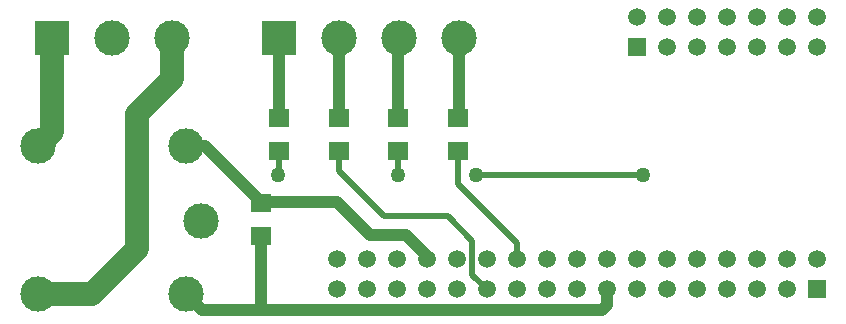
<source format=gtl>
%FSLAX43Y43*%
%MOMM*%
G71*
G01*
G75*
G04 Layer_Physical_Order=1*
%ADD10R,1.800X1.600*%
%ADD11C,0.500*%
%ADD12C,1.000*%
%ADD13C,2.000*%
%ADD14R,3.000X3.000*%
%ADD15C,3.000*%
%ADD16R,1.500X1.500*%
%ADD17C,1.500*%
%ADD18C,1.270*%
D10*
X-47091Y7295D02*
D03*
Y4495D02*
D03*
X-45593Y11688D02*
D03*
Y14488D02*
D03*
X-40493Y11688D02*
D03*
Y14488D02*
D03*
X-35493Y11688D02*
D03*
Y14488D02*
D03*
X-30393Y11688D02*
D03*
Y14488D02*
D03*
D11*
X-36704Y6204D02*
X-31304D01*
X-40493Y9993D02*
Y11688D01*
Y9993D02*
X-36704Y6204D01*
X-31304D02*
X-29200Y4100D01*
Y1200D02*
X-28000Y0D01*
X-29200Y1200D02*
Y4100D01*
X-28900Y9700D02*
X-14800D01*
X-35493Y9707D02*
Y11688D01*
X-45593Y9807D02*
Y11688D01*
X-35500Y9700D02*
X-35493Y9707D01*
X-45700Y9700D02*
X-45593Y9807D01*
X-30400Y8900D02*
X-25400Y3900D01*
X-30400Y8900D02*
Y11700D01*
X-25400Y2540D02*
Y3900D01*
D12*
X-37900Y4600D02*
X-34800D01*
X-33020Y2820D01*
X-47100Y7400D02*
X-40700D01*
X-33020Y2540D02*
Y2820D01*
X-40700Y7400D02*
X-37900Y4600D01*
X-52088Y-1800D02*
X-18200D01*
X-30300Y14600D02*
Y21300D01*
X-30400Y14500D02*
X-30300Y14600D01*
X-35500Y14494D02*
X-35493Y14488D01*
X-35500Y14494D02*
Y21300D01*
X-40520Y14620D02*
X-40440Y14540D01*
X-40400Y14500D01*
X-40520Y14620D02*
Y21300D01*
X-45600Y14494D02*
X-45593Y14488D01*
X-45600Y14494D02*
Y21300D01*
X-53496Y12108D02*
X-51808D01*
X-47200Y7500D02*
X-47100Y7400D01*
X-51808Y12108D02*
X-47200Y7500D01*
X-17780Y-1380D02*
Y0D01*
X-47100Y-1800D02*
Y4400D01*
X-53496Y-392D02*
X-52088Y-1800D01*
X-18200D02*
X-17780Y-1380D01*
D13*
X-57600Y3400D02*
Y14800D01*
X-54640Y17760D02*
Y21300D01*
X-57600Y14800D02*
X-54640Y17760D01*
X-65996Y-392D02*
X-61392D01*
X-57600Y3400D01*
X-64800Y13304D02*
Y21400D01*
X-65996Y12108D02*
X-64800Y13304D01*
D14*
Y21300D02*
D03*
X-45600D02*
D03*
D15*
X-59720D02*
D03*
X-54640D02*
D03*
X-30360D02*
D03*
X-40520D02*
D03*
X-35440D02*
D03*
X-53496Y-392D02*
D03*
X-65996D02*
D03*
Y12108D02*
D03*
X-52196Y5808D02*
D03*
X-53496Y12108D02*
D03*
D16*
X0Y0D02*
D03*
X-15300Y20540D02*
D03*
D17*
X0Y2540D02*
D03*
X-2540Y0D02*
D03*
Y2540D02*
D03*
X-5080Y0D02*
D03*
X-5080Y2540D02*
D03*
X-7620Y0D02*
D03*
Y2540D02*
D03*
X-10160Y0D02*
D03*
Y2540D02*
D03*
X-12700Y0D02*
D03*
Y2540D02*
D03*
X-15240Y0D02*
D03*
Y2540D02*
D03*
X-17780Y0D02*
D03*
Y2540D02*
D03*
X-20320Y0D02*
D03*
Y2540D02*
D03*
X-22860Y0D02*
D03*
Y2540D02*
D03*
X-25400Y0D02*
D03*
Y2540D02*
D03*
X-27940Y0D02*
D03*
X-27940Y2540D02*
D03*
X-30480Y0D02*
D03*
Y2540D02*
D03*
X-33020Y0D02*
D03*
Y2540D02*
D03*
X-35560Y0D02*
D03*
Y2540D02*
D03*
X-38100Y0D02*
D03*
Y2540D02*
D03*
X-40640Y0D02*
D03*
X-40640Y2540D02*
D03*
X-60Y23080D02*
D03*
Y20540D02*
D03*
X-2600Y23080D02*
D03*
Y20540D02*
D03*
X-5140Y23080D02*
D03*
Y20540D02*
D03*
X-7680Y23080D02*
D03*
Y20540D02*
D03*
X-10220Y23080D02*
D03*
X-10220Y20540D02*
D03*
X-12760Y23080D02*
D03*
Y20540D02*
D03*
X-15300Y23080D02*
D03*
D18*
X-35500Y9700D02*
D03*
X-45700D02*
D03*
X-28900D02*
D03*
X-14800D02*
D03*
M02*

</source>
